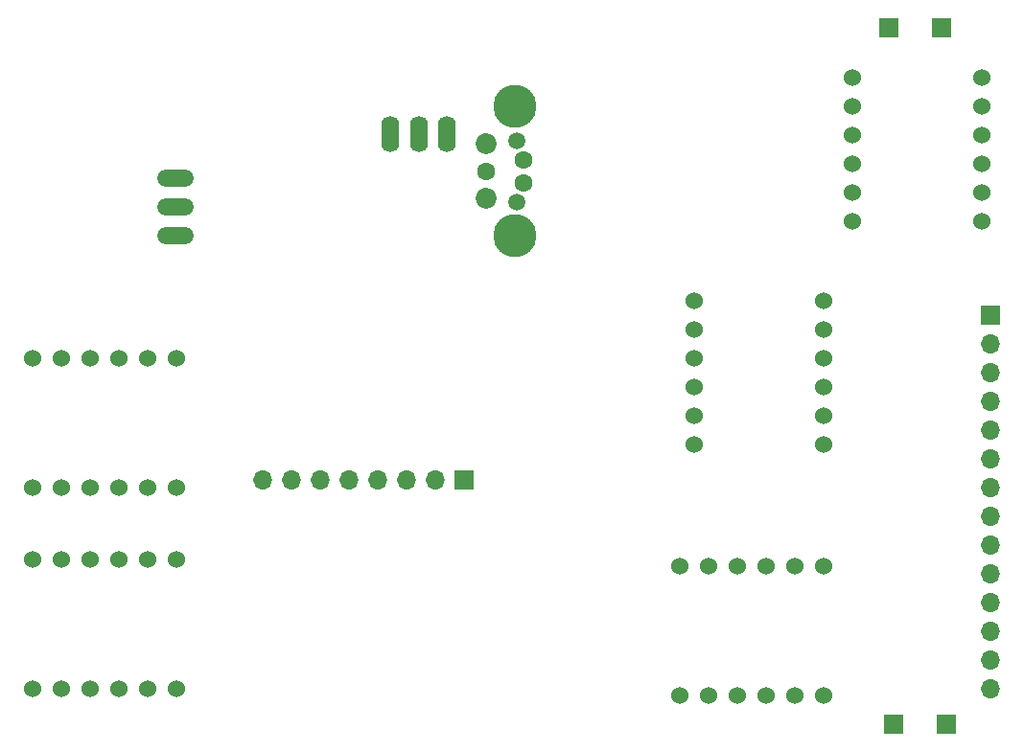
<source format=gbr>
%TF.GenerationSoftware,KiCad,Pcbnew,8.0.2*%
%TF.CreationDate,2024-05-17T23:09:10+02:00*%
%TF.ProjectId,pcb,7063622e-6b69-4636-9164-5f7063625858,rev?*%
%TF.SameCoordinates,Original*%
%TF.FileFunction,Soldermask,Bot*%
%TF.FilePolarity,Negative*%
%FSLAX46Y46*%
G04 Gerber Fmt 4.6, Leading zero omitted, Abs format (unit mm)*
G04 Created by KiCad (PCBNEW 8.0.2) date 2024-05-17 23:09:10*
%MOMM*%
%LPD*%
G01*
G04 APERTURE LIST*
G04 Aperture macros list*
%AMRoundRect*
0 Rectangle with rounded corners*
0 $1 Rounding radius*
0 $2 $3 $4 $5 $6 $7 $8 $9 X,Y pos of 4 corners*
0 Add a 4 corners polygon primitive as box body*
4,1,4,$2,$3,$4,$5,$6,$7,$8,$9,$2,$3,0*
0 Add four circle primitives for the rounded corners*
1,1,$1+$1,$2,$3*
1,1,$1+$1,$4,$5*
1,1,$1+$1,$6,$7*
1,1,$1+$1,$8,$9*
0 Add four rect primitives between the rounded corners*
20,1,$1+$1,$2,$3,$4,$5,0*
20,1,$1+$1,$4,$5,$6,$7,0*
20,1,$1+$1,$6,$7,$8,$9,0*
20,1,$1+$1,$8,$9,$2,$3,0*%
G04 Aperture macros list end*
%ADD10R,1.700000X1.700000*%
%ADD11C,1.524000*%
%ADD12C,1.600000*%
%ADD13RoundRect,0.800000X-0.000010X0.800000X-0.000010X-0.800000X0.000010X-0.800000X0.000010X0.800000X0*%
%ADD14RoundRect,0.800000X-0.800000X0.000010X-0.800000X-0.000010X0.800000X-0.000010X0.800000X0.000010X0*%
%ADD15C,3.800000*%
%ADD16C,1.500000*%
%ADD17C,1.850000*%
%ADD18O,1.700000X1.700000*%
G04 APERTURE END LIST*
D10*
%TO.C,J6*%
X128475000Y-31750000D03*
%TD*%
%TO.C,J5*%
X123825000Y-31750000D03*
%TD*%
%TO.C,J4*%
X124255000Y-93345000D03*
%TD*%
%TO.C,J3*%
X128905000Y-93345000D03*
%TD*%
D11*
%TO.C,U6*%
X118110000Y-55880000D03*
X118110000Y-58420000D03*
X118110000Y-60960000D03*
X118110000Y-63500000D03*
X118110000Y-66040000D03*
X118110000Y-68580000D03*
X106680000Y-68580000D03*
X106680000Y-66040000D03*
X106680000Y-63500000D03*
X106680000Y-60960000D03*
X106680000Y-58420000D03*
X106680000Y-55880000D03*
%TD*%
%TO.C,U5*%
X120650000Y-36195000D03*
X120650000Y-38735000D03*
X120650000Y-41275000D03*
X120650000Y-43815000D03*
X120650000Y-46355000D03*
X120650000Y-48895000D03*
X132080000Y-48895000D03*
X132080000Y-46355000D03*
X132080000Y-43815000D03*
X132080000Y-41275000D03*
X132080000Y-38735000D03*
X132080000Y-36195000D03*
%TD*%
%TO.C,U4*%
X48260000Y-90170000D03*
X50800000Y-90170000D03*
X53340000Y-90170000D03*
X55880000Y-90170000D03*
X58420000Y-90170000D03*
X60960000Y-90170000D03*
X60960000Y-78740000D03*
X58420000Y-78740000D03*
X55880000Y-78740000D03*
X53340000Y-78740000D03*
X50800000Y-78740000D03*
X48260000Y-78740000D03*
%TD*%
%TO.C,U3*%
X118110000Y-79375000D03*
X115570000Y-79375000D03*
X113030000Y-79375000D03*
X110490000Y-79375000D03*
X107950000Y-79375000D03*
X105410000Y-79375000D03*
X105410000Y-90805000D03*
X107950000Y-90805000D03*
X110490000Y-90805000D03*
X113030000Y-90805000D03*
X115570000Y-90805000D03*
X118110000Y-90805000D03*
%TD*%
%TO.C,U2*%
X60960000Y-60960000D03*
X58420000Y-60960000D03*
X55880000Y-60960000D03*
X53340000Y-60960000D03*
X50800000Y-60960000D03*
X48260000Y-60960000D03*
X48260000Y-72390000D03*
X50800000Y-72390000D03*
X53340000Y-72390000D03*
X55880000Y-72390000D03*
X58420000Y-72390000D03*
X60960000Y-72390000D03*
%TD*%
D12*
%TO.C,U1*%
X79810000Y-41950000D03*
D13*
X79810000Y-41150000D03*
D12*
X82310000Y-41950000D03*
D13*
X82310000Y-41150000D03*
D12*
X84810000Y-41950000D03*
D13*
X84810000Y-41150000D03*
D12*
X91610000Y-43450000D03*
X91610000Y-45450000D03*
X88310000Y-44450000D03*
D14*
X60810000Y-50114100D03*
D12*
X61610000Y-50114100D03*
D14*
X60810000Y-47574100D03*
D12*
X61610000Y-47574100D03*
D14*
X60810000Y-45034100D03*
D12*
X61610000Y-45034100D03*
D15*
X90810000Y-50150000D03*
D16*
X90960000Y-47175000D03*
D17*
X88280000Y-46875000D03*
X88280000Y-42025000D03*
D16*
X90960000Y-41725000D03*
D15*
X90810000Y-38750000D03*
%TD*%
D10*
%TO.C,J1*%
X86360000Y-71755000D03*
D18*
X83820000Y-71755000D03*
X81280000Y-71755000D03*
X78740000Y-71755000D03*
X76200000Y-71755000D03*
X73660000Y-71755000D03*
X71120000Y-71755000D03*
X68580000Y-71755000D03*
%TD*%
D10*
%TO.C,J2*%
X132785000Y-57150000D03*
D18*
X132785000Y-59690000D03*
X132785000Y-62230000D03*
X132785000Y-64770000D03*
X132785000Y-67310000D03*
X132785000Y-69850000D03*
X132785000Y-72390000D03*
X132785000Y-74930000D03*
X132785000Y-77470000D03*
X132785000Y-80010000D03*
X132785000Y-82550000D03*
X132785000Y-85090000D03*
X132785000Y-87630000D03*
X132785000Y-90170000D03*
%TD*%
M02*

</source>
